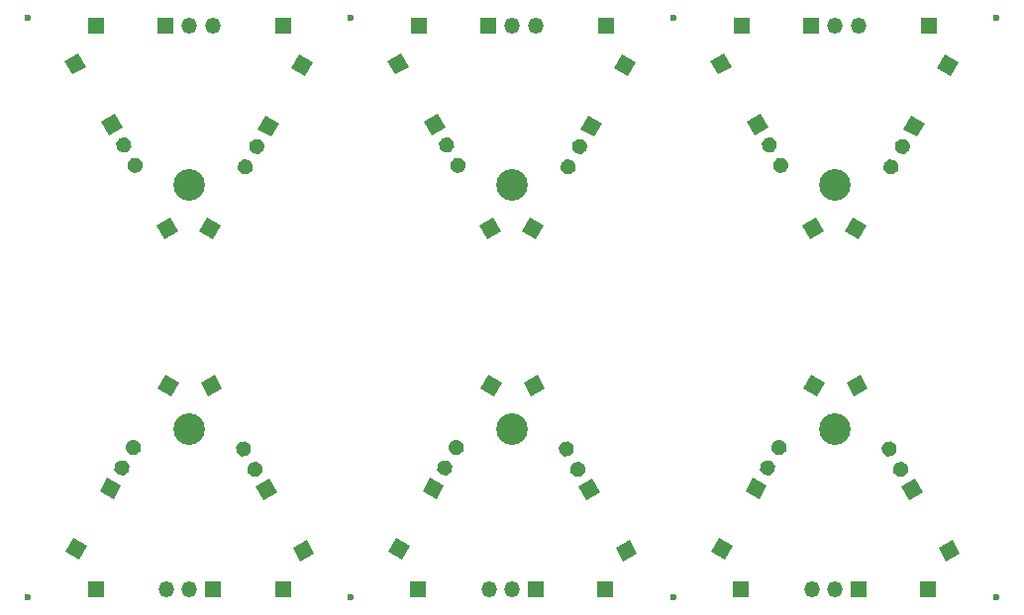
<source format=gbs>
G04 #@! TF.GenerationSoftware,KiCad,Pcbnew,(5.1.12)-1*
G04 #@! TF.CreationDate,2023-06-20T10:26:49+09:00*
G04 #@! TF.ProjectId,LED_Sphere_3V-TypeC-Panelized,4c45445f-5370-4686-9572-655f33562d54,rev?*
G04 #@! TF.SameCoordinates,PX5a06e00PY8f0d180*
G04 #@! TF.FileFunction,Soldermask,Bot*
G04 #@! TF.FilePolarity,Negative*
%FSLAX46Y46*%
G04 Gerber Fmt 4.6, Leading zero omitted, Abs format (unit mm)*
G04 Created by KiCad (PCBNEW (5.1.12)-1) date 2023-06-20 10:26:49*
%MOMM*%
%LPD*%
G01*
G04 APERTURE LIST*
%ADD10C,0.600000*%
%ADD11C,0.100000*%
%ADD12O,1.350000X1.350000*%
%ADD13R,1.350000X1.350000*%
%ADD14C,2.700000*%
G04 APERTURE END LIST*
D10*
X88100000Y21370000D03*
X60500000Y21370000D03*
X32900000Y21370000D03*
X5300000Y21370000D03*
X88100000Y70970000D03*
X60500000Y70970000D03*
X32900000Y70970000D03*
X5300000Y70970000D03*
G36*
G01*
X23298823Y58514056D02*
X23298823Y58514056D01*
G75*
G02*
X24217803Y58772370I588647J-330333D01*
G01*
X24217803Y58772370D01*
G75*
G02*
X24476117Y57853390I-330333J-588647D01*
G01*
X24476117Y57853390D01*
G75*
G02*
X23557137Y57595076I-588647J330333D01*
G01*
X23557137Y57595076D01*
G75*
G02*
X23298823Y58514056I330333J588647D01*
G01*
G37*
G36*
G01*
X24277588Y60258194D02*
X24277588Y60258194D01*
G75*
G02*
X25196568Y60516508I588647J-330333D01*
G01*
X25196568Y60516508D01*
G75*
G02*
X25454882Y59597528I-330333J-588647D01*
G01*
X25454882Y59597528D01*
G75*
G02*
X24535902Y59339214I-588647J330333D01*
G01*
X24535902Y59339214D01*
G75*
G02*
X24277588Y60258194I330333J588647D01*
G01*
G37*
D11*
G36*
X24926020Y61413686D02*
G01*
X25586686Y62590980D01*
X26763980Y61930314D01*
X26103314Y60753020D01*
X24926020Y61413686D01*
G37*
G36*
G01*
X50898823Y58514056D02*
X50898823Y58514056D01*
G75*
G02*
X51817803Y58772370I588647J-330333D01*
G01*
X51817803Y58772370D01*
G75*
G02*
X52076117Y57853390I-330333J-588647D01*
G01*
X52076117Y57853390D01*
G75*
G02*
X51157137Y57595076I-588647J330333D01*
G01*
X51157137Y57595076D01*
G75*
G02*
X50898823Y58514056I330333J588647D01*
G01*
G37*
G36*
G01*
X51877588Y60258194D02*
X51877588Y60258194D01*
G75*
G02*
X52796568Y60516508I588647J-330333D01*
G01*
X52796568Y60516508D01*
G75*
G02*
X53054882Y59597528I-330333J-588647D01*
G01*
X53054882Y59597528D01*
G75*
G02*
X52135902Y59339214I-588647J330333D01*
G01*
X52135902Y59339214D01*
G75*
G02*
X51877588Y60258194I330333J588647D01*
G01*
G37*
G36*
X52526020Y61413686D02*
G01*
X53186686Y62590980D01*
X54363980Y61930314D01*
X53703314Y60753020D01*
X52526020Y61413686D01*
G37*
G36*
G01*
X78498823Y58514056D02*
X78498823Y58514056D01*
G75*
G02*
X79417803Y58772370I588647J-330333D01*
G01*
X79417803Y58772370D01*
G75*
G02*
X79676117Y57853390I-330333J-588647D01*
G01*
X79676117Y57853390D01*
G75*
G02*
X78757137Y57595076I-588647J330333D01*
G01*
X78757137Y57595076D01*
G75*
G02*
X78498823Y58514056I330333J588647D01*
G01*
G37*
G36*
G01*
X79477588Y60258194D02*
X79477588Y60258194D01*
G75*
G02*
X80396568Y60516508I588647J-330333D01*
G01*
X80396568Y60516508D01*
G75*
G02*
X80654882Y59597528I-330333J-588647D01*
G01*
X80654882Y59597528D01*
G75*
G02*
X79735902Y59339214I-588647J330333D01*
G01*
X79735902Y59339214D01*
G75*
G02*
X79477588Y60258194I330333J588647D01*
G01*
G37*
G36*
X80126020Y61413686D02*
G01*
X80786686Y62590980D01*
X81963980Y61930314D01*
X81303314Y60753020D01*
X80126020Y61413686D01*
G37*
G36*
G01*
X70101177Y33825944D02*
X70101177Y33825944D01*
G75*
G02*
X69182197Y33567630I-588647J330333D01*
G01*
X69182197Y33567630D01*
G75*
G02*
X68923883Y34486610I330333J588647D01*
G01*
X68923883Y34486610D01*
G75*
G02*
X69842863Y34744924I588647J-330333D01*
G01*
X69842863Y34744924D01*
G75*
G02*
X70101177Y33825944I-330333J-588647D01*
G01*
G37*
G36*
G01*
X69122412Y32081806D02*
X69122412Y32081806D01*
G75*
G02*
X68203432Y31823492I-588647J330333D01*
G01*
X68203432Y31823492D01*
G75*
G02*
X67945118Y32742472I330333J588647D01*
G01*
X67945118Y32742472D01*
G75*
G02*
X68864098Y33000786I588647J-330333D01*
G01*
X68864098Y33000786D01*
G75*
G02*
X69122412Y32081806I-330333J-588647D01*
G01*
G37*
G36*
X68473980Y30926314D02*
G01*
X67813314Y29749020D01*
X66636020Y30409686D01*
X67296686Y31586980D01*
X68473980Y30926314D01*
G37*
G36*
G01*
X42501177Y33825944D02*
X42501177Y33825944D01*
G75*
G02*
X41582197Y33567630I-588647J330333D01*
G01*
X41582197Y33567630D01*
G75*
G02*
X41323883Y34486610I330333J588647D01*
G01*
X41323883Y34486610D01*
G75*
G02*
X42242863Y34744924I588647J-330333D01*
G01*
X42242863Y34744924D01*
G75*
G02*
X42501177Y33825944I-330333J-588647D01*
G01*
G37*
G36*
G01*
X41522412Y32081806D02*
X41522412Y32081806D01*
G75*
G02*
X40603432Y31823492I-588647J330333D01*
G01*
X40603432Y31823492D01*
G75*
G02*
X40345118Y32742472I330333J588647D01*
G01*
X40345118Y32742472D01*
G75*
G02*
X41264098Y33000786I588647J-330333D01*
G01*
X41264098Y33000786D01*
G75*
G02*
X41522412Y32081806I-330333J-588647D01*
G01*
G37*
G36*
X40873980Y30926314D02*
G01*
X40213314Y29749020D01*
X39036020Y30409686D01*
X39696686Y31586980D01*
X40873980Y30926314D01*
G37*
G36*
X10253980Y66747686D02*
G01*
X9076686Y66087020D01*
X8416020Y67264314D01*
X9593314Y67924980D01*
X10253980Y66747686D01*
G37*
G36*
X37853980Y66747686D02*
G01*
X36676686Y66087020D01*
X36016020Y67264314D01*
X37193314Y67924980D01*
X37853980Y66747686D01*
G37*
G36*
X65453980Y66747686D02*
G01*
X64276686Y66087020D01*
X63616020Y67264314D01*
X64793314Y67924980D01*
X65453980Y66747686D01*
G37*
G36*
X83146020Y25592314D02*
G01*
X84323314Y26252980D01*
X84983980Y25075686D01*
X83806686Y24415020D01*
X83146020Y25592314D01*
G37*
G36*
X55546020Y25592314D02*
G01*
X56723314Y26252980D01*
X57383980Y25075686D01*
X56206686Y24415020D01*
X55546020Y25592314D01*
G37*
G36*
X29024314Y65960020D02*
G01*
X27847020Y66620686D01*
X28507686Y67797980D01*
X29684980Y67137314D01*
X29024314Y65960020D01*
G37*
G36*
X56624314Y65960020D02*
G01*
X55447020Y66620686D01*
X56107686Y67797980D01*
X57284980Y67137314D01*
X56624314Y65960020D01*
G37*
G36*
X84224314Y65960020D02*
G01*
X83047020Y66620686D01*
X83707686Y67797980D01*
X84884980Y67137314D01*
X84224314Y65960020D01*
G37*
G36*
X64375686Y26379980D02*
G01*
X65552980Y25719314D01*
X64892314Y24542020D01*
X63715020Y25202686D01*
X64375686Y26379980D01*
G37*
G36*
X36775686Y26379980D02*
G01*
X37952980Y25719314D01*
X37292314Y24542020D01*
X36115020Y25202686D01*
X36775686Y26379980D01*
G37*
D12*
X21082000Y70308000D03*
X19082000Y70308000D03*
D13*
X17082000Y70308000D03*
D12*
X48682000Y70308000D03*
X46682000Y70308000D03*
D13*
X44682000Y70308000D03*
D12*
X76282000Y70308000D03*
X74282000Y70308000D03*
D13*
X72282000Y70308000D03*
D12*
X72318000Y22032000D03*
X74318000Y22032000D03*
D13*
X76318000Y22032000D03*
D12*
X44718000Y22032000D03*
X46718000Y22032000D03*
D13*
X48718000Y22032000D03*
D11*
G36*
X21150314Y51990020D02*
G01*
X19973020Y52650686D01*
X20633686Y53827980D01*
X21810980Y53167314D01*
X21150314Y51990020D01*
G37*
G36*
X48750314Y51990020D02*
G01*
X47573020Y52650686D01*
X48233686Y53827980D01*
X49410980Y53167314D01*
X48750314Y51990020D01*
G37*
G36*
X76350314Y51990020D02*
G01*
X75173020Y52650686D01*
X75833686Y53827980D01*
X77010980Y53167314D01*
X76350314Y51990020D01*
G37*
G36*
X72249686Y40349980D02*
G01*
X73426980Y39689314D01*
X72766314Y38512020D01*
X71589020Y39172686D01*
X72249686Y40349980D01*
G37*
G36*
X44649686Y40349980D02*
G01*
X45826980Y39689314D01*
X45166314Y38512020D01*
X43989020Y39172686D01*
X44649686Y40349980D01*
G37*
G36*
X18127980Y52650686D02*
G01*
X16950686Y51990020D01*
X16290020Y53167314D01*
X17467314Y53827980D01*
X18127980Y52650686D01*
G37*
G36*
X45727980Y52650686D02*
G01*
X44550686Y51990020D01*
X43890020Y53167314D01*
X45067314Y53827980D01*
X45727980Y52650686D01*
G37*
G36*
X73327980Y52650686D02*
G01*
X72150686Y51990020D01*
X71490020Y53167314D01*
X72667314Y53827980D01*
X73327980Y52650686D01*
G37*
G36*
X75272020Y39689314D02*
G01*
X76449314Y40349980D01*
X77109980Y39172686D01*
X75932686Y38512020D01*
X75272020Y39689314D01*
G37*
G36*
X47672020Y39689314D02*
G01*
X48849314Y40349980D01*
X49509980Y39172686D01*
X48332686Y38512020D01*
X47672020Y39689314D01*
G37*
D13*
X11113000Y70308000D03*
X38713000Y70308000D03*
X66313000Y70308000D03*
X82287000Y22032000D03*
X54687000Y22032000D03*
D14*
X19100000Y56620000D03*
X46700000Y56620000D03*
X74300000Y56620000D03*
X74300000Y35720000D03*
X46700000Y35720000D03*
D13*
X27115000Y70308000D03*
X54715000Y70308000D03*
X82315000Y70308000D03*
X66285000Y22032000D03*
X38685000Y22032000D03*
D11*
G36*
X12251686Y60880020D02*
G01*
X11591020Y62057314D01*
X12768314Y62717980D01*
X13428980Y61540686D01*
X12251686Y60880020D01*
G37*
G36*
G01*
X12900118Y59724528D02*
X12900118Y59724528D01*
G75*
G02*
X13158432Y60643508I588647J330333D01*
G01*
X13158432Y60643508D01*
G75*
G02*
X14077412Y60385194I330333J-588647D01*
G01*
X14077412Y60385194D01*
G75*
G02*
X13819098Y59466214I-588647J-330333D01*
G01*
X13819098Y59466214D01*
G75*
G02*
X12900118Y59724528I-330333J588647D01*
G01*
G37*
G36*
G01*
X13878883Y57980390D02*
X13878883Y57980390D01*
G75*
G02*
X14137197Y58899370I588647J330333D01*
G01*
X14137197Y58899370D01*
G75*
G02*
X15056177Y58641056I330333J-588647D01*
G01*
X15056177Y58641056D01*
G75*
G02*
X14797863Y57722076I-588647J-330333D01*
G01*
X14797863Y57722076D01*
G75*
G02*
X13878883Y57980390I-330333J588647D01*
G01*
G37*
G36*
X39851686Y60880020D02*
G01*
X39191020Y62057314D01*
X40368314Y62717980D01*
X41028980Y61540686D01*
X39851686Y60880020D01*
G37*
G36*
G01*
X40500118Y59724528D02*
X40500118Y59724528D01*
G75*
G02*
X40758432Y60643508I588647J330333D01*
G01*
X40758432Y60643508D01*
G75*
G02*
X41677412Y60385194I330333J-588647D01*
G01*
X41677412Y60385194D01*
G75*
G02*
X41419098Y59466214I-588647J-330333D01*
G01*
X41419098Y59466214D01*
G75*
G02*
X40500118Y59724528I-330333J588647D01*
G01*
G37*
G36*
G01*
X41478883Y57980390D02*
X41478883Y57980390D01*
G75*
G02*
X41737197Y58899370I588647J330333D01*
G01*
X41737197Y58899370D01*
G75*
G02*
X42656177Y58641056I330333J-588647D01*
G01*
X42656177Y58641056D01*
G75*
G02*
X42397863Y57722076I-588647J-330333D01*
G01*
X42397863Y57722076D01*
G75*
G02*
X41478883Y57980390I-330333J588647D01*
G01*
G37*
G36*
X67451686Y60880020D02*
G01*
X66791020Y62057314D01*
X67968314Y62717980D01*
X68628980Y61540686D01*
X67451686Y60880020D01*
G37*
G36*
G01*
X68100118Y59724528D02*
X68100118Y59724528D01*
G75*
G02*
X68358432Y60643508I588647J330333D01*
G01*
X68358432Y60643508D01*
G75*
G02*
X69277412Y60385194I330333J-588647D01*
G01*
X69277412Y60385194D01*
G75*
G02*
X69019098Y59466214I-588647J-330333D01*
G01*
X69019098Y59466214D01*
G75*
G02*
X68100118Y59724528I-330333J588647D01*
G01*
G37*
G36*
G01*
X69078883Y57980390D02*
X69078883Y57980390D01*
G75*
G02*
X69337197Y58899370I588647J330333D01*
G01*
X69337197Y58899370D01*
G75*
G02*
X70256177Y58641056I330333J-588647D01*
G01*
X70256177Y58641056D01*
G75*
G02*
X69997863Y57722076I-588647J-330333D01*
G01*
X69997863Y57722076D01*
G75*
G02*
X69078883Y57980390I-330333J588647D01*
G01*
G37*
G36*
X81148314Y31459980D02*
G01*
X81808980Y30282686D01*
X80631686Y29622020D01*
X79971020Y30799314D01*
X81148314Y31459980D01*
G37*
G36*
G01*
X80499882Y32615472D02*
X80499882Y32615472D01*
G75*
G02*
X80241568Y31696492I-588647J-330333D01*
G01*
X80241568Y31696492D01*
G75*
G02*
X79322588Y31954806I-330333J588647D01*
G01*
X79322588Y31954806D01*
G75*
G02*
X79580902Y32873786I588647J330333D01*
G01*
X79580902Y32873786D01*
G75*
G02*
X80499882Y32615472I330333J-588647D01*
G01*
G37*
G36*
G01*
X79521117Y34359610D02*
X79521117Y34359610D01*
G75*
G02*
X79262803Y33440630I-588647J-330333D01*
G01*
X79262803Y33440630D01*
G75*
G02*
X78343823Y33698944I-330333J588647D01*
G01*
X78343823Y33698944D01*
G75*
G02*
X78602137Y34617924I588647J330333D01*
G01*
X78602137Y34617924D01*
G75*
G02*
X79521117Y34359610I330333J-588647D01*
G01*
G37*
G36*
X53548314Y31459980D02*
G01*
X54208980Y30282686D01*
X53031686Y29622020D01*
X52371020Y30799314D01*
X53548314Y31459980D01*
G37*
G36*
G01*
X52899882Y32615472D02*
X52899882Y32615472D01*
G75*
G02*
X52641568Y31696492I-588647J-330333D01*
G01*
X52641568Y31696492D01*
G75*
G02*
X51722588Y31954806I-330333J588647D01*
G01*
X51722588Y31954806D01*
G75*
G02*
X51980902Y32873786I588647J330333D01*
G01*
X51980902Y32873786D01*
G75*
G02*
X52899882Y32615472I330333J-588647D01*
G01*
G37*
G36*
G01*
X51921117Y34359610D02*
X51921117Y34359610D01*
G75*
G02*
X51662803Y33440630I-588647J-330333D01*
G01*
X51662803Y33440630D01*
G75*
G02*
X50743823Y33698944I-330333J588647D01*
G01*
X50743823Y33698944D01*
G75*
G02*
X51002137Y34617924I588647J330333D01*
G01*
X51002137Y34617924D01*
G75*
G02*
X51921117Y34359610I330333J-588647D01*
G01*
G37*
D14*
X19100000Y35720000D03*
D11*
G36*
X9175686Y26379980D02*
G01*
X10352980Y25719314D01*
X9692314Y24542020D01*
X8515020Y25202686D01*
X9175686Y26379980D01*
G37*
G36*
X13273980Y30926314D02*
G01*
X12613314Y29749020D01*
X11436020Y30409686D01*
X12096686Y31586980D01*
X13273980Y30926314D01*
G37*
G36*
G01*
X13922412Y32081806D02*
X13922412Y32081806D01*
G75*
G02*
X13003432Y31823492I-588647J330333D01*
G01*
X13003432Y31823492D01*
G75*
G02*
X12745118Y32742472I330333J588647D01*
G01*
X12745118Y32742472D01*
G75*
G02*
X13664098Y33000786I588647J-330333D01*
G01*
X13664098Y33000786D01*
G75*
G02*
X13922412Y32081806I-330333J-588647D01*
G01*
G37*
G36*
G01*
X14901177Y33825944D02*
X14901177Y33825944D01*
G75*
G02*
X13982197Y33567630I-588647J330333D01*
G01*
X13982197Y33567630D01*
G75*
G02*
X13723883Y34486610I330333J588647D01*
G01*
X13723883Y34486610D01*
G75*
G02*
X14642863Y34744924I588647J-330333D01*
G01*
X14642863Y34744924D01*
G75*
G02*
X14901177Y33825944I-330333J-588647D01*
G01*
G37*
G36*
X17049686Y40349980D02*
G01*
X18226980Y39689314D01*
X17566314Y38512020D01*
X16389020Y39172686D01*
X17049686Y40349980D01*
G37*
G36*
X20072020Y39689314D02*
G01*
X21249314Y40349980D01*
X21909980Y39172686D01*
X20732686Y38512020D01*
X20072020Y39689314D01*
G37*
G36*
G01*
X24321117Y34359610D02*
X24321117Y34359610D01*
G75*
G02*
X24062803Y33440630I-588647J-330333D01*
G01*
X24062803Y33440630D01*
G75*
G02*
X23143823Y33698944I-330333J588647D01*
G01*
X23143823Y33698944D01*
G75*
G02*
X23402137Y34617924I588647J330333D01*
G01*
X23402137Y34617924D01*
G75*
G02*
X24321117Y34359610I330333J-588647D01*
G01*
G37*
G36*
G01*
X25299882Y32615472D02*
X25299882Y32615472D01*
G75*
G02*
X25041568Y31696492I-588647J-330333D01*
G01*
X25041568Y31696492D01*
G75*
G02*
X24122588Y31954806I-330333J588647D01*
G01*
X24122588Y31954806D01*
G75*
G02*
X24380902Y32873786I588647J330333D01*
G01*
X24380902Y32873786D01*
G75*
G02*
X25299882Y32615472I330333J-588647D01*
G01*
G37*
G36*
X25948314Y31459980D02*
G01*
X26608980Y30282686D01*
X25431686Y29622020D01*
X24771020Y30799314D01*
X25948314Y31459980D01*
G37*
G36*
X27946020Y25592314D02*
G01*
X29123314Y26252980D01*
X29783980Y25075686D01*
X28606686Y24415020D01*
X27946020Y25592314D01*
G37*
D13*
X27087000Y22032000D03*
X21118000Y22032000D03*
D12*
X19118000Y22032000D03*
X17118000Y22032000D03*
D13*
X11085000Y22032000D03*
M02*

</source>
